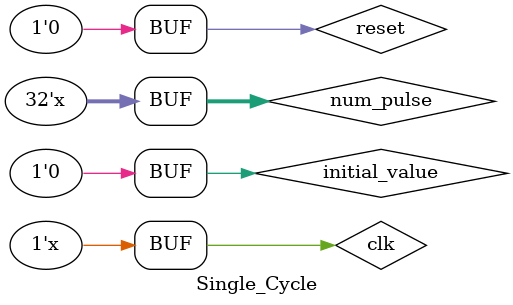
<source format=v>
`timescale 1 ps/10 fs  // time-unit = 1 ps, precision = 1 fs

module Single_Cycle;
	reg clk=0;
	integer num_pulse = 0;
	reg reset=0;
	wire [31:0] out_mux_pc, out_pc, out_imem, out_pc_4, out_data_A, out_data_B, out_mux_A, out_mux_B, out_alu, out_dmem, out_mux_wb, out_imm_gen;
	wire out_breq, out_brlt; 
	wire [1:0] out_ctrl_datain, out_ctrl_wb_sel;
	wire [2:0] out_ctrl_imm_sel, out_ctrl_dataout;
	wire [3:0] out_ctrl_alu_sel;
	wire out_ctrl_pc_sel, out_ctrl_regwen_sel, out_ctrl_brun, out_ctrl_asel, out_ctrl_bsel, out_ctrl_memrw;
	reg initial_value = 32'h0000_0000;

	localparam period = 400;
	
	initial 
	begin
		clk=0;
	end

//PC
	PC pc_block(.reset(reset), .clk(clk), .in(out_mux_pc), .out(out_pc));
//DMEM
	DMEM dmem_block (.clk(clk), .MemRW(out_ctrl_memrw) ,.Addr(out_alu), .DataIn(out_ctrl_datain), .DataOut(out_ctrl_dataout), .DataW(out_data_B), .DataR(out_dmem));
//Register
	register reg_block (.clk(clk), .RegWEn(out_ctrl_regwen_sel), .AddrA(out_imem[19:15]), .AddrB(out_imem[24:20]), .AddrD(out_imem[11:7]), .DataD(out_mux_wb), .DataA(out_data_A), .DataB(out_data_B));
//ALU
	riscV_ALU ALU(.sel(out_ctrl_alu_sel), .inA(out_mux_A), .inB(out_mux_B), .out(out_alu));
//IMEM
	IMEM imem_block (.PC(out_pc), .inst(out_imem));
//Control
	ROMControl ctrl(.inst_30(out_imem[30]), .inst_14_12(out_imem[14:12]), .inst_6_2(out_imem[6:2]), .brEq(out_breq), .brLT(out_brlt), 
			.pc_sel(out_ctrl_pc_sel), .imm_sel(out_ctrl_imm_sel), .brUn(out_ctrl_brun), .a_sel(out_ctrl_asel), .b_sel(out_ctrl_bsel), .alu_sel(out_ctrl_alu_sel), 
			.memRW(out_ctrl_memrw), .regWEn(out_ctrl_regwen_sel), .wb_sel(out_ctrl_wb_sel), .dataIn(out_ctrl_datain), .dataOutAddj(out_ctrl_dataout));
//Imm Gen
	Imm_Gen gen(.sel(out_ctrl_imm_sel), .in(out_imem), .out(out_imm_gen));
//Branch
	branch br(.BrUn(out_ctrl_brun), .BrEq(out_breq), .BrLT(out_brlt), .In1(out_data_A), .In2(out_data_B));
//Mux A
	mux2 mux_A(.in1(out_pc), .in2(out_data_A), .out(out_mux_A), .sel(out_ctrl_asel));
//Mux B
	mux2 mux_B(.in1(out_imm_gen), .in2(out_data_B), .out(out_mux_B), .sel(out_ctrl_bsel));

//Mux WB
	mux4 mux_wb(.in1(out_dmem), .in2(out_alu), .in3(out_pc_4), .in4(32'h0000_0000), .out(out_mux_wb), .sel(out_ctrl_wb_sel));
//PC + 4
	PC_Plus_4 PC_4(.in(out_pc), .out(out_pc_4));	
//Mux PC	
	mux2 mux_PC(.in1(out_alu), .in2(out_pc_4), .out(out_mux_pc), .sel(out_ctrl_pc_sel));


	always 
	#period 
	begin
		clk=~clk;
		num_pulse = num_pulse + 1;
	end

endmodule

</source>
